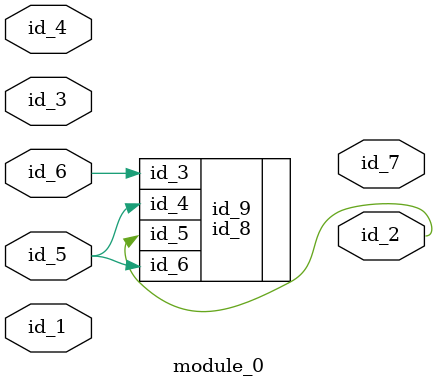
<source format=v>
module module_0 (
    id_1,
    id_2,
    id_3,
    id_4,
    id_5,
    id_6,
    id_7
);
  output id_7;
  input id_6;
  input id_5;
  input id_4;
  input id_3;
  output id_2;
  input id_1;
  id_8 id_9 (
      .id_4(id_7),
      .id_3(id_6),
      .id_5(""),
      .id_6(id_5),
      .id_5(id_2),
      .id_4(id_6),
      .id_4(id_5)
  );
endmodule

</source>
